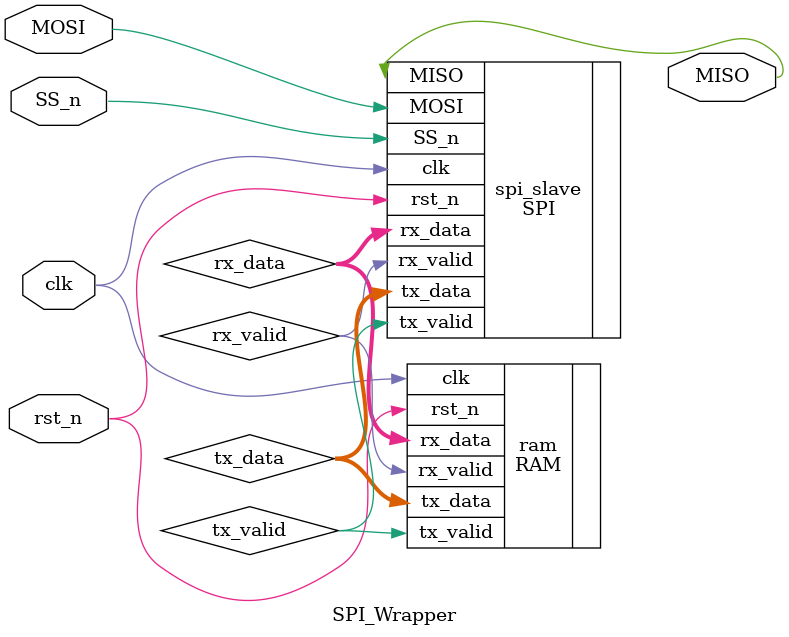
<source format=v>
module SPI_Wrapper (
    input clk, rst_n, SS_n, MOSI,
    output MISO
);

wire tx_valid, rx_valid;
wire[7:0] tx_data;
wire[9:0] rx_data;

SPI spi_slave(
    .clk(clk), .rst_n(rst_n), .SS_n(SS_n), .MOSI(MOSI), 
    .tx_valid(tx_valid), .tx_data(tx_data), .MISO(MISO), 
    .rx_valid(rx_valid), .rx_data(rx_data)
);

RAM ram(
    .clk(clk), .rst_n(rst_n), .rx_valid(rx_valid),
    .rx_data(rx_data), .tx_valid(tx_valid),.tx_data(tx_data)
);

endmodule

</source>
